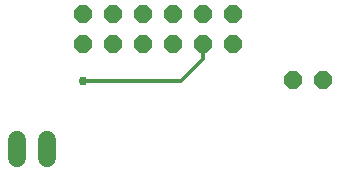
<source format=gbr>
G04 EAGLE Gerber RS-274X export*
G75*
%MOMM*%
%FSLAX34Y34*%
%LPD*%
%INBottom Copper*%
%IPPOS*%
%AMOC8*
5,1,8,0,0,1.08239X$1,22.5*%
G01*
%ADD10P,1.649562X8X22.500000*%
%ADD11C,1.524000*%
%ADD12P,1.649562X8X292.500000*%
%ADD13C,0.304800*%
%ADD14C,0.756400*%


D10*
X76200Y455930D03*
X76200Y481330D03*
X101600Y455930D03*
X101600Y481330D03*
X127000Y455930D03*
X127000Y481330D03*
X152400Y455930D03*
X152400Y481330D03*
X177800Y455930D03*
X177800Y481330D03*
X203200Y455930D03*
X203200Y481330D03*
D11*
X20320Y374650D02*
X20320Y359410D01*
X45720Y359410D02*
X45720Y374650D01*
D12*
X279400Y425450D03*
X254000Y425450D03*
D13*
X177800Y443230D02*
X177800Y455930D01*
X177800Y443230D02*
X158750Y424180D01*
X75700Y424180D01*
D14*
X75700Y424180D03*
M02*

</source>
